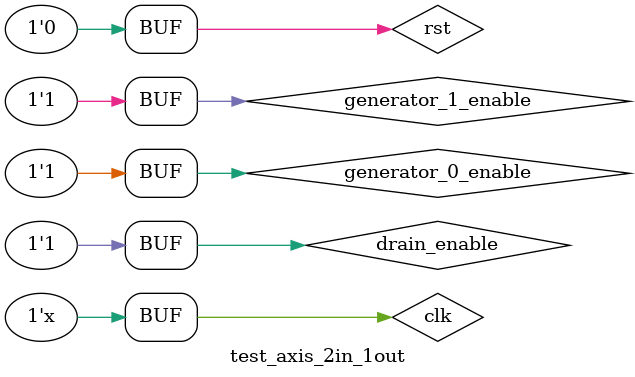
<source format=sv>
`timescale 1ns / 1ps


module test_axis_2in_1out;
	parameter DATA_WIDTH_0=39;
	parameter DATA_WIDTH_1=6;
	parameter OUT_WIDTH=40; //DATA_WIDTH_0+DATA_WIDTH_1;
	parameter PERIOD=10;
	parameter USE_JOINER=1;
	parameter USE_FILTER=0;
	parameter USE_COMBINER=0;
	parameter USE_SHIFTER=0;
	parameter ELIMINATE_ON_UP=1;
	
	reg clk, rst;
	
	reg generator_0_enable;
	wire gen_0_valid, gen_0_ready;
	wire[DATA_WIDTH_0-1:0] gen_0_data;
	
	reg generator_1_enable;
	wire gen_1_valid, gen_1_ready;
	wire[DATA_WIDTH_1-1:0] gen_1_data;
	
	wire joiner_valid, joiner_ready;
	wire[DATA_WIDTH_0-1:0] joiner_data_0;
	wire[DATA_WIDTH_1-1:0] joiner_data_1;
	
	reg drain_enable;
	
	always #(PERIOD/2) clk = ~clk;
	
	initial begin
		generator_0_enable = 0;
		generator_1_enable = 0;
		drain_enable = 0;
		clk = 0;
		rst = 1;
		#(PERIOD*2)
		#(PERIOD/2)
		rst = 0;
		generator_0_enable = 1;
		generator_1_enable = 1;
		drain_enable = 1;
		#(PERIOD*5)
		drain_enable = 0;
		#(PERIOD*5)
		drain_enable = 1;
	end
	
	helper_axis_generator #(.DATA_WIDTH(DATA_WIDTH_0)) GEN_0
		(
			.clk(clk), .rst(rst), .enable(generator_0_enable),
			.output_valid(gen_0_valid),
			.output_data(gen_0_data),
			.output_ready(gen_0_ready)
		);
		
	helper_axis_generator #(.DATA_WIDTH(DATA_WIDTH_1)) GEN_1
		(
			.clk(clk), .rst(rst), .enable(generator_1_enable),
			.output_valid(gen_1_valid),
			.output_data(gen_1_data),
			.output_ready(gen_1_ready)
		);
	
	if (USE_JOINER==1) begin: sync
		axis_synchronizer_passthrough_2 #(.DATA_WIDTH_0(DATA_WIDTH_0), .DATA_WIDTH_1(DATA_WIDTH_1)) SYNCRHONIZER
			(
				.clk(clk), .rst(rst),
				.input_0_valid(gen_0_valid),
				.input_0_data(gen_0_data),
				.input_0_ready(gen_0_ready),
				.input_1_valid(gen_1_valid),
				.input_1_data(gen_1_data),
				.input_1_ready(gen_1_ready),
				.output_valid(joiner_valid),
				.output_data_0(joiner_data_0),
				.output_data_1(joiner_data_1),
				.output_ready(joiner_ready)
			);
	end
	
	if (USE_FILTER==1) begin: filter
		axis_filter #(.DATA_WIDTH(DATA_WIDTH_0), .ELIMINATE_ON_UP(ELIMINATE_ON_UP)) FILTER
			(
				.clk(clk), .rst(rst),
				.input_valid(gen_0_valid),
				.input_data(gen_0_data),
				.input_ready(gen_0_ready),
				.flag_valid(gen_1_valid),
				.flag_data(gen_1_data),
				.flag_ready(gen_1_ready),
				.output_valid(joiner_valid),
				.output_data(joiner_data_0),
				.output_ready(joiner_ready)
			);
		assign joiner_data_1 = 0;
	end

	if (USE_COMBINER==1) begin: combiner
		axis_combiner #(.DATA_WIDTH(DATA_WIDTH_0), .FROM_PORT_ZERO(16), .FROM_PORT_ONE(7)) COMBINER
			(
				.clk(clk), .rst(rst),
				.input_0_valid(gen_0_valid),
				.input_0_data(gen_0_data),
				.input_0_ready(gen_0_ready),
				.input_1_valid(gen_1_valid),
				.input_1_data(gen_1_data),
				.input_1_ready(gen_1_ready),
				.output_valid(joiner_valid),
				.output_data(joiner_data_0),
				.output_ready(joiner_ready)
			);
		assign joiner_data_1 = 0;
	end

	if (USE_SHIFTER==1) begin: shifter
		axis_shifter #(.SHIFT_WIDTH(DATA_WIDTH_1), .DATA_WIDTH(DATA_WIDTH_0), .LEFT(1), .ARITHMETIC(0)) SHIFTER
			(
				.clk(clk), .rst(rst),
				.shift_valid(gen_1_valid),
				.shift_data(gen_1_data),
				.shift_ready(gen_1_ready),
				.input_valid(gen_0_valid),
				.input_data(gen_0_data),
				.input_ready(gen_0_ready),
				.output_valid(joiner_valid),
				.output_data(joiner_data_0),
				.output_ready(joiner_ready)
			);
		assign joiner_data_1 = 0;
	end
	
	
	helper_axis_drain #(.DATA_WIDTH(OUT_WIDTH)) DRAIN
		(
			.clk(clk), .rst(rst), .enable(drain_enable),
			.input_valid(joiner_valid),
			.input_ready(joiner_ready),
			.input_data({joiner_data_1, joiner_data_0})
		);


endmodule

</source>
